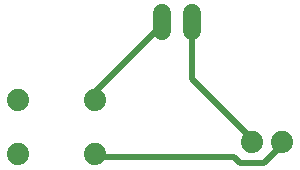
<source format=gbr>
G04 EAGLE Gerber RS-274X export*
G75*
%MOMM*%
%FSLAX34Y34*%
%LPD*%
%INTop Copper*%
%IPPOS*%
%AMOC8*
5,1,8,0,0,1.08239X$1,22.5*%
G01*
G04 Define Apertures*
%ADD10C,1.879600*%
%ADD11C,1.524000*%
%ADD12C,0.508000*%
D10*
X304800Y165100D03*
X330200Y165100D03*
D11*
X228600Y259080D02*
X228600Y274320D01*
X254000Y274320D02*
X254000Y259080D01*
D10*
X172212Y155194D03*
X107188Y155194D03*
X172212Y200406D03*
X107188Y200406D03*
D12*
X254000Y218440D02*
X254000Y266700D01*
X254000Y218440D02*
X304800Y167640D01*
X304800Y165100D01*
X289560Y152400D02*
X172720Y152400D01*
X289560Y152400D02*
X294640Y147320D01*
X314960Y147320D01*
X330200Y162560D01*
X172720Y152400D02*
X172212Y155194D01*
X330200Y162560D02*
X330200Y165100D01*
X228600Y264160D02*
X167640Y203200D01*
X228600Y264160D02*
X228600Y266700D01*
X172212Y200406D02*
X167640Y203200D01*
M02*

</source>
